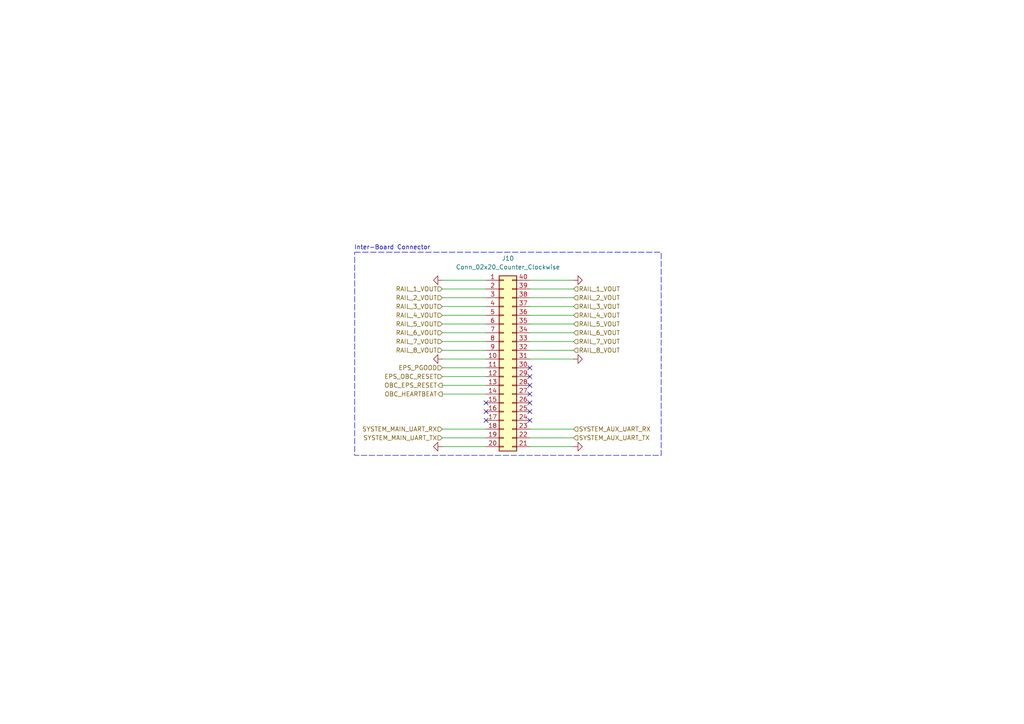
<source format=kicad_sch>
(kicad_sch (version 20250114) (generator "eeschema") (generator_version "9.0")
  (paper "A4")
  (title_block (title "OSUSat OBC") (date "2026-01-17") (rev "1") (company "SCRT"))
  (lib_symbols
    (symbol "Connector_Generic:Conn_02x20_Counter_Clockwise" (pin_names (offset 1.016) (hide yes))
      (property "Reference" "J" (at 1.27 25.4 0))
      (property "Value" "Conn_02x20_Counter_Clockwise" (at 1.27 -27.94 0))
      (symbol "Conn_02x20_Counter_Clockwise_1_1"
        (rectangle (start -1.27 24.13) (end 3.81 -26.67) (stroke (width 0.254)) (fill (type background)))
        (rectangle (start -1.27 22.987) (end 0 22.733) (stroke (width 0.1524)))
        (rectangle (start -1.27 20.447) (end 0 20.193) (stroke (width 0.1524)))
        (rectangle (start -1.27 17.907) (end 0 17.653) (stroke (width 0.1524)))
        (rectangle (start -1.27 15.367) (end 0 15.113) (stroke (width 0.1524)))
        (rectangle (start -1.27 12.827) (end 0 12.573) (stroke (width 0.1524)))
        (rectangle (start -1.27 10.287) (end 0 10.033) (stroke (width 0.1524)))
        (rectangle (start -1.27 7.747) (end 0 7.493) (stroke (width 0.1524)))
        (rectangle (start -1.27 5.207) (end 0 4.953) (stroke (width 0.1524)))
        (rectangle (start -1.27 2.667) (end 0 2.413) (stroke (width 0.1524)))
        (rectangle (start -1.27 0.127) (end 0 -0.127) (stroke (width 0.1524)))
        (rectangle (start -1.27 -2.413) (end 0 -2.667) (stroke (width 0.1524)))
        (rectangle (start -1.27 -4.953) (end 0 -5.207) (stroke (width 0.1524)))
        (rectangle (start -1.27 -7.493) (end 0 -7.747) (stroke (width 0.1524)))
        (rectangle (start -1.27 -10.033) (end 0 -10.287) (stroke (width 0.1524)))
        (rectangle (start -1.27 -12.573) (end 0 -12.827) (stroke (width 0.1524)))
        (rectangle (start -1.27 -15.113) (end 0 -15.367) (stroke (width 0.1524)))
        (rectangle (start -1.27 -17.653) (end 0 -17.907) (stroke (width 0.1524)))
        (rectangle (start -1.27 -20.193) (end 0 -20.447) (stroke (width 0.1524)))
        (rectangle (start -1.27 -22.733) (end 0 -22.987) (stroke (width 0.1524)))
        (rectangle (start -1.27 -25.273) (end 0 -25.527) (stroke (width 0.1524)))
        (rectangle (start 3.81 22.987) (end 2.54 22.733) (stroke (width 0.1524)))
        (rectangle (start 3.81 20.447) (end 2.54 20.193) (stroke (width 0.1524)))
        (rectangle (start 3.81 17.907) (end 2.54 17.653) (stroke (width 0.1524)))
        (rectangle (start 3.81 15.367) (end 2.54 15.113) (stroke (width 0.1524)))
        (rectangle (start 3.81 12.827) (end 2.54 12.573) (stroke (width 0.1524)))
        (rectangle (start 3.81 10.287) (end 2.54 10.033) (stroke (width 0.1524)))
        (rectangle (start 3.81 7.747) (end 2.54 7.493) (stroke (width 0.1524)))
        (rectangle (start 3.81 5.207) (end 2.54 4.953) (stroke (width 0.1524)))
        (rectangle (start 3.81 2.667) (end 2.54 2.413) (stroke (width 0.1524)))
        (rectangle (start 3.81 0.127) (end 2.54 -0.127) (stroke (width 0.1524)))
        (rectangle (start 3.81 -2.413) (end 2.54 -2.667) (stroke (width 0.1524)))
        (rectangle (start 3.81 -4.953) (end 2.54 -5.207) (stroke (width 0.1524)))
        (rectangle (start 3.81 -7.493) (end 2.54 -7.747) (stroke (width 0.1524)))
        (rectangle (start 3.81 -10.033) (end 2.54 -10.287) (stroke (width 0.1524)))
        (rectangle (start 3.81 -12.573) (end 2.54 -12.827) (stroke (width 0.1524)))
        (rectangle (start 3.81 -15.113) (end 2.54 -15.367) (stroke (width 0.1524)))
        (rectangle (start 3.81 -17.653) (end 2.54 -17.907) (stroke (width 0.1524)))
        (rectangle (start 3.81 -20.193) (end 2.54 -20.447) (stroke (width 0.1524)))
        (rectangle (start 3.81 -22.733) (end 2.54 -22.987) (stroke (width 0.1524)))
        (rectangle (start 3.81 -25.273) (end 2.54 -25.527) (stroke (width 0.1524)))
        (pin passive line (at -5.08 22.86 0) (length 3.81) (name "Pin_1") (number "1"))
        (pin passive line (at -5.08 20.32 0) (length 3.81) (name "Pin_2") (number "2"))
        (pin passive line (at -5.08 17.78 0) (length 3.81) (name "Pin_3") (number "3"))
        (pin passive line (at -5.08 15.24 0) (length 3.81) (name "Pin_4") (number "4"))
        (pin passive line (at -5.08 12.7 0) (length 3.81) (name "Pin_5") (number "5"))
        (pin passive line (at -5.08 10.16 0) (length 3.81) (name "Pin_6") (number "6"))
        (pin passive line (at -5.08 7.62 0) (length 3.81) (name "Pin_7") (number "7"))
        (pin passive line (at -5.08 5.08 0) (length 3.81) (name "Pin_8") (number "8"))
        (pin passive line (at -5.08 2.54 0) (length 3.81) (name "Pin_9") (number "9"))
        (pin passive line (at -5.08 0 0) (length 3.81) (name "Pin_10") (number "10"))
        (pin passive line (at -5.08 -2.54 0) (length 3.81) (name "Pin_11") (number "11"))
        (pin passive line (at -5.08 -5.08 0) (length 3.81) (name "Pin_12") (number "12"))
        (pin passive line (at -5.08 -7.62 0) (length 3.81) (name "Pin_13") (number "13"))
        (pin passive line (at -5.08 -10.16 0) (length 3.81) (name "Pin_14") (number "14"))
        (pin passive line (at -5.08 -12.7 0) (length 3.81) (name "Pin_15") (number "15"))
        (pin passive line (at -5.08 -15.24 0) (length 3.81) (name "Pin_16") (number "16"))
        (pin passive line (at -5.08 -17.78 0) (length 3.81) (name "Pin_17") (number "17"))
        (pin passive line (at -5.08 -20.32 0) (length 3.81) (name "Pin_18") (number "18"))
        (pin passive line (at -5.08 -22.86 0) (length 3.81) (name "Pin_19") (number "19"))
        (pin passive line (at -5.08 -25.4 0) (length 3.81) (name "Pin_20") (number "20"))
        (pin passive line (at 7.62 22.86 180) (length 3.81) (name "Pin_40") (number "40"))
        (pin passive line (at 7.62 20.32 180) (length 3.81) (name "Pin_39") (number "39"))
        (pin passive line (at 7.62 17.78 180) (length 3.81) (name "Pin_38") (number "38"))
        (pin passive line (at 7.62 15.24 180) (length 3.81) (name "Pin_37") (number "37"))
        (pin passive line (at 7.62 12.7 180) (length 3.81) (name "Pin_36") (number "36"))
        (pin passive line (at 7.62 10.16 180) (length 3.81) (name "Pin_35") (number "35"))
        (pin passive line (at 7.62 7.62 180) (length 3.81) (name "Pin_34") (number "34"))
        (pin passive line (at 7.62 5.08 180) (length 3.81) (name "Pin_33") (number "33"))
        (pin passive line (at 7.62 2.54 180) (length 3.81) (name "Pin_32") (number "32"))
        (pin passive line (at 7.62 0 180) (length 3.81) (name "Pin_31") (number "31"))
        (pin passive line (at 7.62 -2.54 180) (length 3.81) (name "Pin_30") (number "30"))
        (pin passive line (at 7.62 -5.08 180) (length 3.81) (name "Pin_29") (number "29"))
        (pin passive line (at 7.62 -7.62 180) (length 3.81) (name "Pin_28") (number "28"))
        (pin passive line (at 7.62 -10.16 180) (length 3.81) (name "Pin_27") (number "27"))
        (pin passive line (at 7.62 -12.7 180) (length 3.81) (name "Pin_26") (number "26"))
        (pin passive line (at 7.62 -15.24 180) (length 3.81) (name "Pin_25") (number "25"))
        (pin passive line (at 7.62 -17.78 180) (length 3.81) (name "Pin_24") (number "24"))
        (pin passive line (at 7.62 -20.32 180) (length 3.81) (name "Pin_23") (number "23"))
        (pin passive line (at 7.62 -22.86 180) (length 3.81) (name "Pin_22") (number "22"))
        (pin passive line (at 7.62 -25.4 180) (length 3.81) (name "Pin_21") (number "21"))
      )
    )
    (symbol "power:GND" (power) (pin_numbers (hide yes)) (pin_names (offset 0) (hide yes))
      (property "Value" "GND" (at 0 -3.81 0))
      (symbol "GND_0_1"
        (polyline (pts (xy 0 0) (xy 0 -1.27) (xy 1.27 -1.27) (xy 0 -2.54) (xy -1.27 -1.27) (xy 0 -1.27)))
      )
      (symbol "GND_1_1"
        (pin power_in line (at 0 0 270) (length 0) (name "~") (number "1"))
      )
    )
  )
  (rectangle (start 102.87 73.152) (end 191.77 132.08) (stroke (width 0) (type dash)))
  (text "Inter-Board Connector" (at 113.792 71.882 0) (effects (font (size 1.27 1.27))))
  (no_connect (at 153.67 106.68))
  (no_connect (at 153.67 114.3))
  (no_connect (at 140.97 119.38))
  (no_connect (at 153.67 121.92))
  (no_connect (at 140.97 121.92))
  (no_connect (at 153.67 109.22))
  (no_connect (at 153.67 119.38))
  (no_connect (at 140.97 116.84))
  (no_connect (at 153.67 111.76))
  (no_connect (at 153.67 116.84))
  (wire (pts (xy 128.27 83.82) (xy 140.97 83.82)))
  (wire (pts (xy 153.67 99.06) (xy 166.37 99.06)))
  (wire (pts (xy 128.27 88.9) (xy 140.97 88.9)))
  (wire (pts (xy 128.27 81.28) (xy 140.97 81.28)))
  (wire (pts (xy 166.37 124.46) (xy 153.67 124.46)))
  (wire (pts (xy 128.27 101.6) (xy 140.97 101.6)))
  (wire (pts (xy 128.27 127) (xy 140.97 127)))
  (wire (pts (xy 153.67 83.82) (xy 166.37 83.82)))
  (wire (pts (xy 153.67 101.6) (xy 166.37 101.6)))
  (wire (pts (xy 128.27 99.06) (xy 140.97 99.06)))
  (wire (pts (xy 128.27 111.76) (xy 140.97 111.76)))
  (wire (pts (xy 128.27 129.54) (xy 140.97 129.54)))
  (wire (pts (xy 153.67 93.98) (xy 166.37 93.98)))
  (wire (pts (xy 153.67 129.54) (xy 166.37 129.54)))
  (wire (pts (xy 128.27 106.68) (xy 140.97 106.68)))
  (wire (pts (xy 128.27 91.44) (xy 140.97 91.44)))
  (wire (pts (xy 153.67 96.52) (xy 166.37 96.52)))
  (wire (pts (xy 128.27 86.36) (xy 140.97 86.36)))
  (wire (pts (xy 153.67 91.44) (xy 166.37 91.44)))
  (wire (pts (xy 153.67 88.9) (xy 166.37 88.9)))
  (wire (pts (xy 128.27 93.98) (xy 140.97 93.98)))
  (wire (pts (xy 128.27 109.22) (xy 140.97 109.22)))
  (wire (pts (xy 128.27 124.46) (xy 140.97 124.46)))
  (wire (pts (xy 153.67 86.36) (xy 166.37 86.36)))
  (wire (pts (xy 128.27 114.3) (xy 140.97 114.3)))
  (wire (pts (xy 166.37 127) (xy 153.67 127)))
  (wire (pts (xy 128.27 104.14) (xy 140.97 104.14)))
  (wire (pts (xy 153.67 81.28) (xy 166.37 81.28)))
  (wire (pts (xy 128.27 96.52) (xy 140.97 96.52)))
  (wire (pts (xy 166.37 104.14) (xy 153.67 104.14)))
  (hierarchical_label "RAIL_5_VOUT" (shape input) (at 166.37 93.98 0))
  (hierarchical_label "RAIL_2_VOUT" (shape input) (at 128.27 86.36 180))
  (hierarchical_label "RAIL_3_VOUT" (shape input) (at 128.27 88.9 180))
  (hierarchical_label "RAIL_7_VOUT" (shape input) (at 128.27 99.06 180))
  (hierarchical_label "EPS_OBC_RESET" (shape input) (at 128.27 109.22 180))
  (hierarchical_label "RAIL_8_VOUT" (shape input) (at 128.27 101.6 180))
  (hierarchical_label "RAIL_6_VOUT" (shape input) (at 166.37 96.52 0))
  (hierarchical_label "RAIL_6_VOUT" (shape input) (at 128.27 96.52 180))
  (hierarchical_label "RAIL_4_VOUT" (shape input) (at 166.37 91.44 0))
  (hierarchical_label "SYSTEM_AUX_UART_RX" (shape input) (at 166.37 124.46 0))
  (hierarchical_label "RAIL_2_VOUT" (shape input) (at 166.37 86.36 0))
  (hierarchical_label "RAIL_7_VOUT" (shape input) (at 166.37 99.06 0))
  (hierarchical_label "RAIL_5_VOUT" (shape input) (at 128.27 93.98 180))
  (hierarchical_label "RAIL_8_VOUT" (shape input) (at 166.37 101.6 0))
  (hierarchical_label "SYSTEM_MAIN_UART_TX" (shape input) (at 128.27 127 180))
  (hierarchical_label "EPS_PGOOD" (shape input) (at 128.27 106.68 180))
  (hierarchical_label "OBC_EPS_RESET" (shape output) (at 128.27 111.76 180))
  (hierarchical_label "RAIL_4_VOUT" (shape input) (at 128.27 91.44 180))
  (hierarchical_label "SYSTEM_MAIN_UART_RX" (shape input) (at 128.27 124.46 180))
  (hierarchical_label "RAIL_3_VOUT" (shape input) (at 166.37 88.9 0))
  (hierarchical_label "RAIL_1_VOUT" (shape input) (at 166.37 83.82 0))
  (hierarchical_label "RAIL_1_VOUT" (shape input) (at 128.27 83.82 180))
  (hierarchical_label "SYSTEM_AUX_UART_TX" (shape input) (at 166.37 127 0))
  (hierarchical_label "OBC_HEARTBEAT" (shape output) (at 128.27 114.3 180))
  (symbol (lib_id "power:GND") (at 128.27 81.28 270) (unit 1)
    (property "Reference" "#PWR039" (effects (hide yes)))
    (property "Value" "GND" (effects (hide yes)))
    (property "Description" "Power symbol creates a global label with name \"GND\" , ground" (effects (hide yes)))
  )
  (symbol (lib_id "power:GND") (at 166.37 81.28 90) (unit 1)
    (property "Reference" "#PWR042" (effects (hide yes)))
    (property "Value" "GND" (effects (hide yes)))
    (property "Description" "Power symbol creates a global label with name \"GND\" , ground" (effects (hide yes)))
  )
  (symbol (lib_id "Connector_Generic:Conn_02x20_Counter_Clockwise") (at 146.05 104.14 0) (unit 1)
    (property "Reference" "J10" (at 147.32 74.93 0))
    (property "Value" "Conn_02x20_Counter_Clockwise" (at 147.32 77.47 0))
    (property "Description" "Generic connector, double row, 02x20, counter clockwise pin numbering scheme (similar to DIP package numbering), script generated (kicad-library-utils/schlib/autogen/connector/)" (effects (hide yes)))
  )
  (symbol (lib_id "power:GND") (at 128.27 129.54 270) (unit 1)
    (property "Reference" "#PWR041" (effects (hide yes)))
    (property "Value" "GND" (effects (hide yes)))
    (property "Description" "Power symbol creates a global label with name \"GND\" , ground" (effects (hide yes)))
  )
  (symbol (lib_id "power:GND") (at 128.27 104.14 270) (unit 1)
    (property "Reference" "#PWR040" (effects (hide yes)))
    (property "Value" "GND" (effects (hide yes)))
    (property "Description" "Power symbol creates a global label with name \"GND\" , ground" (effects (hide yes)))
  )
  (symbol (lib_id "power:GND") (at 166.37 104.14 90) (unit 1)
    (property "Reference" "#PWR043" (effects (hide yes)))
    (property "Value" "GND" (effects (hide yes)))
    (property "Description" "Power symbol creates a global label with name \"GND\" , ground" (effects (hide yes)))
  )
  (symbol (lib_id "power:GND") (at 166.37 129.54 90) (unit 1)
    (property "Reference" "#PWR044" (effects (hide yes)))
    (property "Value" "GND" (effects (hide yes)))
    (property "Description" "Power symbol creates a global label with name \"GND\" , ground" (effects (hide yes)))
  )
)
</source>
